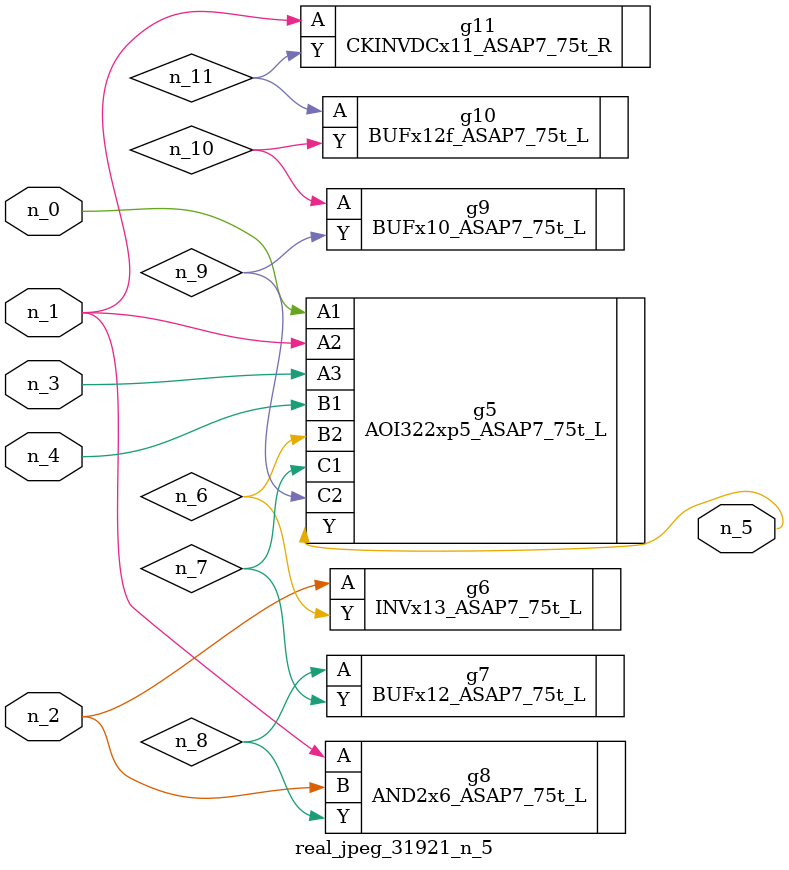
<source format=v>
module real_jpeg_31921_n_5 (n_4, n_0, n_1, n_2, n_3, n_5);

input n_4;
input n_0;
input n_1;
input n_2;
input n_3;

output n_5;

wire n_8;
wire n_11;
wire n_6;
wire n_7;
wire n_10;
wire n_9;

AOI322xp5_ASAP7_75t_L g5 ( 
.A1(n_0),
.A2(n_1),
.A3(n_3),
.B1(n_4),
.B2(n_6),
.C1(n_7),
.C2(n_9),
.Y(n_5)
);

AND2x6_ASAP7_75t_L g8 ( 
.A(n_1),
.B(n_2),
.Y(n_8)
);

CKINVDCx11_ASAP7_75t_R g11 ( 
.A(n_1),
.Y(n_11)
);

INVx13_ASAP7_75t_L g6 ( 
.A(n_2),
.Y(n_6)
);

BUFx12_ASAP7_75t_L g7 ( 
.A(n_8),
.Y(n_7)
);

BUFx10_ASAP7_75t_L g9 ( 
.A(n_10),
.Y(n_9)
);

BUFx12f_ASAP7_75t_L g10 ( 
.A(n_11),
.Y(n_10)
);


endmodule
</source>
